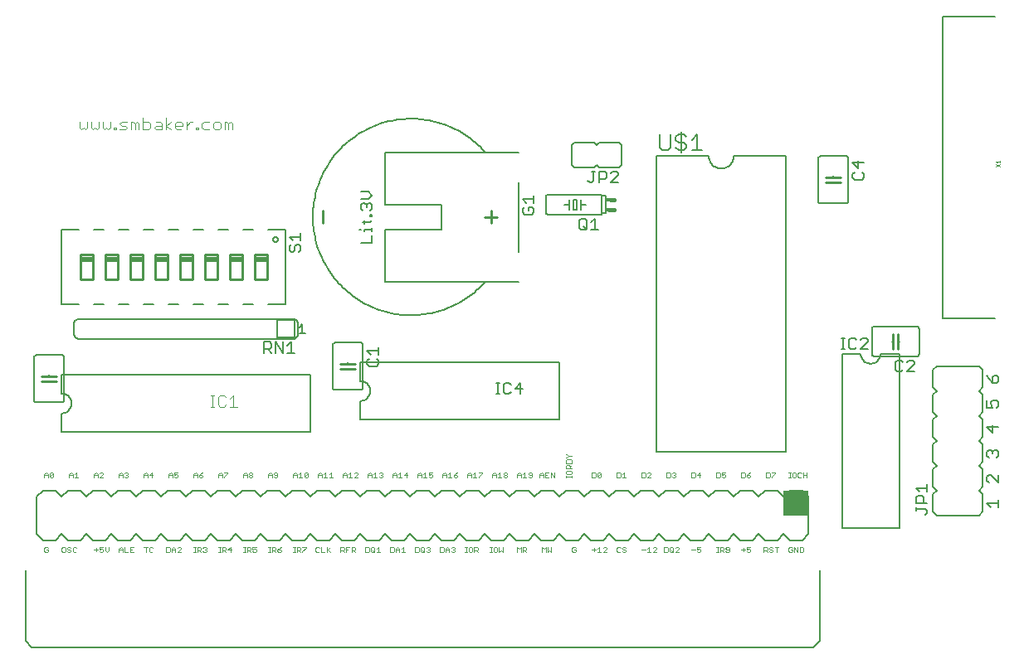
<source format=gto>
G75*
%MOIN*%
%OFA0B0*%
%FSLAX24Y24*%
%IPPOS*%
%LPD*%
%AMOC8*
5,1,8,0,0,1.08239X$1,22.5*
%
%ADD10C,0.0020*%
%ADD11C,0.0040*%
%ADD12C,0.0080*%
%ADD13C,0.0060*%
%ADD14R,0.1000X0.1000*%
%ADD15C,0.0100*%
%ADD16C,0.0050*%
%ADD17C,0.0070*%
%ADD18C,0.0160*%
%ADD19R,0.0230X0.0160*%
D10*
X001527Y003950D02*
X001600Y003950D01*
X001637Y003987D01*
X001637Y004060D01*
X001563Y004060D01*
X001490Y004133D02*
X001490Y003987D01*
X001527Y003950D01*
X001490Y004133D02*
X001527Y004170D01*
X001600Y004170D01*
X001637Y004133D01*
X002190Y004133D02*
X002190Y003987D01*
X002227Y003950D01*
X002300Y003950D01*
X002337Y003987D01*
X002337Y004133D01*
X002300Y004170D01*
X002227Y004170D01*
X002190Y004133D01*
X002411Y004133D02*
X002411Y004097D01*
X002448Y004060D01*
X002521Y004060D01*
X002558Y004023D01*
X002558Y003987D01*
X002521Y003950D01*
X002448Y003950D01*
X002411Y003987D01*
X002411Y004133D02*
X002448Y004170D01*
X002521Y004170D01*
X002558Y004133D01*
X002632Y004133D02*
X002632Y003987D01*
X002669Y003950D01*
X002742Y003950D01*
X002779Y003987D01*
X002779Y004133D02*
X002742Y004170D01*
X002669Y004170D01*
X002632Y004133D01*
X003490Y004060D02*
X003637Y004060D01*
X003711Y004060D02*
X003784Y004097D01*
X003821Y004097D01*
X003858Y004060D01*
X003858Y003987D01*
X003821Y003950D01*
X003748Y003950D01*
X003711Y003987D01*
X003711Y004060D02*
X003711Y004170D01*
X003858Y004170D01*
X003932Y004170D02*
X003932Y004023D01*
X004005Y003950D01*
X004079Y004023D01*
X004079Y004170D01*
X004490Y004097D02*
X004563Y004170D01*
X004637Y004097D01*
X004637Y003950D01*
X004711Y003950D02*
X004858Y003950D01*
X004932Y003950D02*
X005079Y003950D01*
X005005Y004060D02*
X004932Y004060D01*
X004932Y004170D02*
X004932Y003950D01*
X004932Y004170D02*
X005079Y004170D01*
X004711Y004170D02*
X004711Y003950D01*
X004637Y004060D02*
X004490Y004060D01*
X004490Y004097D02*
X004490Y003950D01*
X003563Y003987D02*
X003563Y004133D01*
X005490Y004170D02*
X005637Y004170D01*
X005563Y004170D02*
X005563Y003950D01*
X005711Y003987D02*
X005748Y003950D01*
X005821Y003950D01*
X005858Y003987D01*
X005858Y004133D02*
X005821Y004170D01*
X005748Y004170D01*
X005711Y004133D01*
X005711Y003987D01*
X006390Y003950D02*
X006500Y003950D01*
X006537Y003987D01*
X006537Y004133D01*
X006500Y004170D01*
X006390Y004170D01*
X006390Y003950D01*
X006611Y003950D02*
X006611Y004097D01*
X006684Y004170D01*
X006758Y004097D01*
X006758Y003950D01*
X006832Y003950D02*
X006979Y004097D01*
X006979Y004133D01*
X006942Y004170D01*
X006869Y004170D01*
X006832Y004133D01*
X006758Y004060D02*
X006611Y004060D01*
X006832Y003950D02*
X006979Y003950D01*
X007490Y003950D02*
X007563Y003950D01*
X007527Y003950D02*
X007527Y004170D01*
X007563Y004170D02*
X007490Y004170D01*
X007637Y004170D02*
X007747Y004170D01*
X007784Y004133D01*
X007784Y004060D01*
X007747Y004023D01*
X007637Y004023D01*
X007637Y003950D02*
X007637Y004170D01*
X007711Y004023D02*
X007784Y003950D01*
X007858Y003987D02*
X007895Y003950D01*
X007968Y003950D01*
X008005Y003987D01*
X008005Y004023D01*
X007968Y004060D01*
X007932Y004060D01*
X007968Y004060D02*
X008005Y004097D01*
X008005Y004133D01*
X007968Y004170D01*
X007895Y004170D01*
X007858Y004133D01*
X008490Y004170D02*
X008563Y004170D01*
X008527Y004170D02*
X008527Y003950D01*
X008563Y003950D02*
X008490Y003950D01*
X008637Y003950D02*
X008637Y004170D01*
X008747Y004170D01*
X008784Y004133D01*
X008784Y004060D01*
X008747Y004023D01*
X008637Y004023D01*
X008711Y004023D02*
X008784Y003950D01*
X008858Y004060D02*
X009005Y004060D01*
X008968Y003950D02*
X008968Y004170D01*
X008858Y004060D01*
X009490Y003950D02*
X009563Y003950D01*
X009527Y003950D02*
X009527Y004170D01*
X009563Y004170D02*
X009490Y004170D01*
X009637Y004170D02*
X009747Y004170D01*
X009784Y004133D01*
X009784Y004060D01*
X009747Y004023D01*
X009637Y004023D01*
X009637Y003950D02*
X009637Y004170D01*
X009711Y004023D02*
X009784Y003950D01*
X009858Y003987D02*
X009895Y003950D01*
X009968Y003950D01*
X010005Y003987D01*
X010005Y004060D01*
X009968Y004097D01*
X009932Y004097D01*
X009858Y004060D01*
X009858Y004170D01*
X010005Y004170D01*
X010490Y004170D02*
X010563Y004170D01*
X010527Y004170D02*
X010527Y003950D01*
X010563Y003950D02*
X010490Y003950D01*
X010637Y003950D02*
X010637Y004170D01*
X010747Y004170D01*
X010784Y004133D01*
X010784Y004060D01*
X010747Y004023D01*
X010637Y004023D01*
X010711Y004023D02*
X010784Y003950D01*
X010858Y003987D02*
X010858Y004060D01*
X010968Y004060D01*
X011005Y004023D01*
X011005Y003987D01*
X010968Y003950D01*
X010895Y003950D01*
X010858Y003987D01*
X010858Y004060D02*
X010932Y004133D01*
X011005Y004170D01*
X011490Y004170D02*
X011563Y004170D01*
X011527Y004170D02*
X011527Y003950D01*
X011563Y003950D02*
X011490Y003950D01*
X011637Y003950D02*
X011637Y004170D01*
X011747Y004170D01*
X011784Y004133D01*
X011784Y004060D01*
X011747Y004023D01*
X011637Y004023D01*
X011711Y004023D02*
X011784Y003950D01*
X011858Y003950D02*
X011858Y003987D01*
X012005Y004133D01*
X012005Y004170D01*
X011858Y004170D01*
X012390Y004133D02*
X012390Y003987D01*
X012427Y003950D01*
X012500Y003950D01*
X012537Y003987D01*
X012611Y003950D02*
X012758Y003950D01*
X012832Y003950D02*
X012832Y004170D01*
X012869Y004060D02*
X012979Y003950D01*
X012832Y004023D02*
X012979Y004170D01*
X012611Y004170D02*
X012611Y003950D01*
X012537Y004133D02*
X012500Y004170D01*
X012427Y004170D01*
X012390Y004133D01*
X013390Y004170D02*
X013390Y003950D01*
X013390Y004023D02*
X013500Y004023D01*
X013537Y004060D01*
X013537Y004133D01*
X013500Y004170D01*
X013390Y004170D01*
X013463Y004023D02*
X013537Y003950D01*
X013611Y003950D02*
X013611Y004170D01*
X013758Y004170D01*
X013832Y004170D02*
X013942Y004170D01*
X013979Y004133D01*
X013979Y004060D01*
X013942Y004023D01*
X013832Y004023D01*
X013832Y003950D02*
X013832Y004170D01*
X013905Y004023D02*
X013979Y003950D01*
X013684Y004060D02*
X013611Y004060D01*
X014390Y003950D02*
X014500Y003950D01*
X014537Y003987D01*
X014537Y004133D01*
X014500Y004170D01*
X014390Y004170D01*
X014390Y003950D01*
X014611Y003987D02*
X014611Y004133D01*
X014648Y004170D01*
X014721Y004170D01*
X014758Y004133D01*
X014758Y003987D01*
X014721Y003950D01*
X014648Y003950D01*
X014611Y003987D01*
X014684Y004023D02*
X014758Y003950D01*
X014832Y003950D02*
X014979Y003950D01*
X014905Y003950D02*
X014905Y004170D01*
X014832Y004097D01*
X015390Y004170D02*
X015390Y003950D01*
X015500Y003950D01*
X015537Y003987D01*
X015537Y004133D01*
X015500Y004170D01*
X015390Y004170D01*
X015611Y004097D02*
X015684Y004170D01*
X015758Y004097D01*
X015758Y003950D01*
X015832Y003950D02*
X015979Y003950D01*
X015905Y003950D02*
X015905Y004170D01*
X015832Y004097D01*
X015758Y004060D02*
X015611Y004060D01*
X015611Y004097D02*
X015611Y003950D01*
X016390Y003950D02*
X016500Y003950D01*
X016537Y003987D01*
X016537Y004133D01*
X016500Y004170D01*
X016390Y004170D01*
X016390Y003950D01*
X016611Y003987D02*
X016648Y003950D01*
X016721Y003950D01*
X016758Y003987D01*
X016758Y004133D01*
X016721Y004170D01*
X016648Y004170D01*
X016611Y004133D01*
X016611Y003987D01*
X016684Y004023D02*
X016758Y003950D01*
X016832Y003987D02*
X016869Y003950D01*
X016942Y003950D01*
X016979Y003987D01*
X016979Y004023D01*
X016942Y004060D01*
X016905Y004060D01*
X016942Y004060D02*
X016979Y004097D01*
X016979Y004133D01*
X016942Y004170D01*
X016869Y004170D01*
X016832Y004133D01*
X017390Y004170D02*
X017390Y003950D01*
X017500Y003950D01*
X017537Y003987D01*
X017537Y004133D01*
X017500Y004170D01*
X017390Y004170D01*
X017611Y004097D02*
X017611Y003950D01*
X017611Y004060D02*
X017758Y004060D01*
X017758Y004097D02*
X017758Y003950D01*
X017832Y003987D02*
X017869Y003950D01*
X017942Y003950D01*
X017979Y003987D01*
X017979Y004023D01*
X017942Y004060D01*
X017905Y004060D01*
X017942Y004060D02*
X017979Y004097D01*
X017979Y004133D01*
X017942Y004170D01*
X017869Y004170D01*
X017832Y004133D01*
X017758Y004097D02*
X017684Y004170D01*
X017611Y004097D01*
X018390Y004170D02*
X018463Y004170D01*
X018427Y004170D02*
X018427Y003950D01*
X018463Y003950D02*
X018390Y003950D01*
X018537Y003987D02*
X018537Y004133D01*
X018574Y004170D01*
X018647Y004170D01*
X018684Y004133D01*
X018684Y003987D01*
X018647Y003950D01*
X018574Y003950D01*
X018537Y003987D01*
X018758Y004023D02*
X018868Y004023D01*
X018905Y004060D01*
X018905Y004133D01*
X018868Y004170D01*
X018758Y004170D01*
X018758Y003950D01*
X018832Y004023D02*
X018905Y003950D01*
X019390Y003950D02*
X019463Y003950D01*
X019427Y003950D02*
X019427Y004170D01*
X019463Y004170D02*
X019390Y004170D01*
X019537Y004133D02*
X019537Y003987D01*
X019574Y003950D01*
X019647Y003950D01*
X019684Y003987D01*
X019684Y004133D01*
X019647Y004170D01*
X019574Y004170D01*
X019537Y004133D01*
X019758Y004170D02*
X019758Y003950D01*
X019832Y004023D01*
X019905Y003950D01*
X019905Y004170D01*
X020490Y004170D02*
X020490Y003950D01*
X020637Y003950D02*
X020637Y004170D01*
X020563Y004097D01*
X020490Y004170D01*
X020711Y004170D02*
X020821Y004170D01*
X020858Y004133D01*
X020858Y004060D01*
X020821Y004023D01*
X020711Y004023D01*
X020711Y003950D02*
X020711Y004170D01*
X020784Y004023D02*
X020858Y003950D01*
X021490Y003950D02*
X021490Y004170D01*
X021563Y004097D01*
X021637Y004170D01*
X021637Y003950D01*
X021711Y003950D02*
X021784Y004023D01*
X021858Y003950D01*
X021858Y004170D01*
X021711Y004170D02*
X021711Y003950D01*
X022690Y003987D02*
X022727Y003950D01*
X022800Y003950D01*
X022837Y003987D01*
X022837Y004060D01*
X022763Y004060D01*
X022690Y004133D02*
X022690Y003987D01*
X022690Y004133D02*
X022727Y004170D01*
X022800Y004170D01*
X022837Y004133D01*
X023490Y004060D02*
X023637Y004060D01*
X023711Y004097D02*
X023784Y004170D01*
X023784Y003950D01*
X023711Y003950D02*
X023858Y003950D01*
X023932Y003950D02*
X024079Y004097D01*
X024079Y004133D01*
X024042Y004170D01*
X023969Y004170D01*
X023932Y004133D01*
X023932Y003950D02*
X024079Y003950D01*
X024490Y003987D02*
X024490Y004133D01*
X024527Y004170D01*
X024600Y004170D01*
X024637Y004133D01*
X024711Y004133D02*
X024711Y004097D01*
X024748Y004060D01*
X024821Y004060D01*
X024858Y004023D01*
X024858Y003987D01*
X024821Y003950D01*
X024748Y003950D01*
X024711Y003987D01*
X024637Y003987D02*
X024600Y003950D01*
X024527Y003950D01*
X024490Y003987D01*
X024711Y004133D02*
X024748Y004170D01*
X024821Y004170D01*
X024858Y004133D01*
X025490Y004060D02*
X025637Y004060D01*
X025711Y004097D02*
X025784Y004170D01*
X025784Y003950D01*
X025711Y003950D02*
X025858Y003950D01*
X025932Y003950D02*
X026079Y004097D01*
X026079Y004133D01*
X026042Y004170D01*
X025969Y004170D01*
X025932Y004133D01*
X025932Y003950D02*
X026079Y003950D01*
X026390Y003950D02*
X026390Y004170D01*
X026500Y004170D01*
X026537Y004133D01*
X026537Y003987D01*
X026500Y003950D01*
X026390Y003950D01*
X026611Y003987D02*
X026611Y004133D01*
X026648Y004170D01*
X026721Y004170D01*
X026758Y004133D01*
X026758Y003987D01*
X026721Y003950D01*
X026648Y003950D01*
X026611Y003987D01*
X026684Y004023D02*
X026758Y003950D01*
X026832Y003950D02*
X026979Y004097D01*
X026979Y004133D01*
X026942Y004170D01*
X026869Y004170D01*
X026832Y004133D01*
X026832Y003950D02*
X026979Y003950D01*
X027490Y004060D02*
X027637Y004060D01*
X027711Y004060D02*
X027784Y004097D01*
X027821Y004097D01*
X027858Y004060D01*
X027858Y003987D01*
X027821Y003950D01*
X027748Y003950D01*
X027711Y003987D01*
X027711Y004060D02*
X027711Y004170D01*
X027858Y004170D01*
X028490Y004170D02*
X028563Y004170D01*
X028527Y004170D02*
X028527Y003950D01*
X028563Y003950D02*
X028490Y003950D01*
X028637Y003950D02*
X028637Y004170D01*
X028747Y004170D01*
X028784Y004133D01*
X028784Y004060D01*
X028747Y004023D01*
X028637Y004023D01*
X028711Y004023D02*
X028784Y003950D01*
X028858Y003987D02*
X028895Y003950D01*
X028968Y003950D01*
X029005Y003987D01*
X029005Y004133D01*
X028968Y004170D01*
X028895Y004170D01*
X028858Y004133D01*
X028858Y004097D01*
X028895Y004060D01*
X029005Y004060D01*
X029490Y004060D02*
X029637Y004060D01*
X029711Y004060D02*
X029784Y004097D01*
X029821Y004097D01*
X029858Y004060D01*
X029858Y003987D01*
X029821Y003950D01*
X029748Y003950D01*
X029711Y003987D01*
X029711Y004060D02*
X029711Y004170D01*
X029858Y004170D01*
X029563Y004133D02*
X029563Y003987D01*
X030390Y004023D02*
X030500Y004023D01*
X030537Y004060D01*
X030537Y004133D01*
X030500Y004170D01*
X030390Y004170D01*
X030390Y003950D01*
X030463Y004023D02*
X030537Y003950D01*
X030611Y003987D02*
X030648Y003950D01*
X030721Y003950D01*
X030758Y003987D01*
X030758Y004023D01*
X030721Y004060D01*
X030648Y004060D01*
X030611Y004097D01*
X030611Y004133D01*
X030648Y004170D01*
X030721Y004170D01*
X030758Y004133D01*
X030832Y004170D02*
X030979Y004170D01*
X030905Y004170D02*
X030905Y003950D01*
X031390Y003987D02*
X031390Y004133D01*
X031427Y004170D01*
X031500Y004170D01*
X031537Y004133D01*
X031537Y004060D02*
X031463Y004060D01*
X031537Y004060D02*
X031537Y003987D01*
X031500Y003950D01*
X031427Y003950D01*
X031390Y003987D01*
X031611Y003950D02*
X031611Y004170D01*
X031758Y003950D01*
X031758Y004170D01*
X031832Y004170D02*
X031942Y004170D01*
X031979Y004133D01*
X031979Y003987D01*
X031942Y003950D01*
X031832Y003950D01*
X031832Y004170D01*
X031868Y006950D02*
X031905Y006987D01*
X031868Y006950D02*
X031795Y006950D01*
X031758Y006987D01*
X031758Y007133D01*
X031795Y007170D01*
X031868Y007170D01*
X031905Y007133D01*
X031979Y007170D02*
X031979Y006950D01*
X031979Y007060D02*
X032126Y007060D01*
X032126Y007170D02*
X032126Y006950D01*
X031684Y006987D02*
X031684Y007133D01*
X031647Y007170D01*
X031574Y007170D01*
X031537Y007133D01*
X031537Y006987D01*
X031574Y006950D01*
X031647Y006950D01*
X031684Y006987D01*
X031463Y006950D02*
X031390Y006950D01*
X031427Y006950D02*
X031427Y007170D01*
X031463Y007170D02*
X031390Y007170D01*
X030858Y007170D02*
X030858Y007133D01*
X030711Y006987D01*
X030711Y006950D01*
X030637Y006987D02*
X030637Y007133D01*
X030600Y007170D01*
X030490Y007170D01*
X030490Y006950D01*
X030600Y006950D01*
X030637Y006987D01*
X030711Y007170D02*
X030858Y007170D01*
X029858Y007170D02*
X029784Y007133D01*
X029711Y007060D01*
X029821Y007060D01*
X029858Y007023D01*
X029858Y006987D01*
X029821Y006950D01*
X029748Y006950D01*
X029711Y006987D01*
X029711Y007060D01*
X029637Y006987D02*
X029637Y007133D01*
X029600Y007170D01*
X029490Y007170D01*
X029490Y006950D01*
X029600Y006950D01*
X029637Y006987D01*
X028858Y006987D02*
X028821Y006950D01*
X028748Y006950D01*
X028711Y006987D01*
X028711Y007060D02*
X028784Y007097D01*
X028821Y007097D01*
X028858Y007060D01*
X028858Y006987D01*
X028711Y007060D02*
X028711Y007170D01*
X028858Y007170D01*
X028637Y007133D02*
X028600Y007170D01*
X028490Y007170D01*
X028490Y006950D01*
X028600Y006950D01*
X028637Y006987D01*
X028637Y007133D01*
X027858Y007060D02*
X027711Y007060D01*
X027821Y007170D01*
X027821Y006950D01*
X027637Y006987D02*
X027637Y007133D01*
X027600Y007170D01*
X027490Y007170D01*
X027490Y006950D01*
X027600Y006950D01*
X027637Y006987D01*
X026858Y006987D02*
X026821Y006950D01*
X026748Y006950D01*
X026711Y006987D01*
X026637Y006987D02*
X026637Y007133D01*
X026600Y007170D01*
X026490Y007170D01*
X026490Y006950D01*
X026600Y006950D01*
X026637Y006987D01*
X026711Y007133D02*
X026748Y007170D01*
X026821Y007170D01*
X026858Y007133D01*
X026858Y007097D01*
X026821Y007060D01*
X026858Y007023D01*
X026858Y006987D01*
X026821Y007060D02*
X026784Y007060D01*
X025858Y007097D02*
X025858Y007133D01*
X025821Y007170D01*
X025748Y007170D01*
X025711Y007133D01*
X025637Y007133D02*
X025600Y007170D01*
X025490Y007170D01*
X025490Y006950D01*
X025600Y006950D01*
X025637Y006987D01*
X025637Y007133D01*
X025711Y006950D02*
X025858Y007097D01*
X025858Y006950D02*
X025711Y006950D01*
X024858Y006950D02*
X024711Y006950D01*
X024784Y006950D02*
X024784Y007170D01*
X024711Y007097D01*
X024637Y007133D02*
X024600Y007170D01*
X024490Y007170D01*
X024490Y006950D01*
X024600Y006950D01*
X024637Y006987D01*
X024637Y007133D01*
X023858Y007133D02*
X023711Y006987D01*
X023748Y006950D01*
X023821Y006950D01*
X023858Y006987D01*
X023858Y007133D01*
X023821Y007170D01*
X023748Y007170D01*
X023711Y007133D01*
X023711Y006987D01*
X023637Y006987D02*
X023637Y007133D01*
X023600Y007170D01*
X023490Y007170D01*
X023490Y006950D01*
X023600Y006950D01*
X023637Y006987D01*
X022670Y006987D02*
X022450Y006987D01*
X022450Y007023D02*
X022450Y006950D01*
X022487Y007097D02*
X022633Y007097D01*
X022670Y007134D01*
X022670Y007207D01*
X022633Y007244D01*
X022487Y007244D01*
X022450Y007207D01*
X022450Y007134D01*
X022487Y007097D01*
X022670Y007023D02*
X022670Y006950D01*
X022670Y007318D02*
X022450Y007318D01*
X022450Y007428D01*
X022487Y007465D01*
X022560Y007465D01*
X022597Y007428D01*
X022597Y007318D01*
X022597Y007392D02*
X022670Y007465D01*
X022670Y007539D02*
X022670Y007649D01*
X022633Y007686D01*
X022487Y007686D01*
X022450Y007649D01*
X022450Y007539D01*
X022670Y007539D01*
X022487Y007760D02*
X022560Y007834D01*
X022670Y007834D01*
X022560Y007834D02*
X022487Y007907D01*
X022450Y007907D01*
X022450Y007760D02*
X022487Y007760D01*
X021979Y007170D02*
X021979Y006950D01*
X021832Y007170D01*
X021832Y006950D01*
X021758Y006950D02*
X021611Y006950D01*
X021611Y007170D01*
X021758Y007170D01*
X021684Y007060D02*
X021611Y007060D01*
X021537Y007060D02*
X021390Y007060D01*
X021390Y007097D02*
X021463Y007170D01*
X021537Y007097D01*
X021537Y006950D01*
X021390Y006950D02*
X021390Y007097D01*
X021079Y007133D02*
X021042Y007170D01*
X020969Y007170D01*
X020932Y007133D01*
X020932Y007097D01*
X020969Y007060D01*
X021079Y007060D01*
X021079Y006987D02*
X021079Y007133D01*
X021079Y006987D02*
X021042Y006950D01*
X020969Y006950D01*
X020932Y006987D01*
X020858Y006950D02*
X020711Y006950D01*
X020784Y006950D02*
X020784Y007170D01*
X020711Y007097D01*
X020637Y007097D02*
X020637Y006950D01*
X020637Y007060D02*
X020490Y007060D01*
X020490Y007097D02*
X020563Y007170D01*
X020637Y007097D01*
X020490Y007097D02*
X020490Y006950D01*
X020079Y006987D02*
X020042Y006950D01*
X019969Y006950D01*
X019932Y006987D01*
X019932Y007023D01*
X019969Y007060D01*
X020042Y007060D01*
X020079Y007023D01*
X020079Y006987D01*
X020042Y007060D02*
X020079Y007097D01*
X020079Y007133D01*
X020042Y007170D01*
X019969Y007170D01*
X019932Y007133D01*
X019932Y007097D01*
X019969Y007060D01*
X019858Y006950D02*
X019711Y006950D01*
X019784Y006950D02*
X019784Y007170D01*
X019711Y007097D01*
X019637Y007097D02*
X019637Y006950D01*
X019637Y007060D02*
X019490Y007060D01*
X019490Y007097D02*
X019563Y007170D01*
X019637Y007097D01*
X019490Y007097D02*
X019490Y006950D01*
X019079Y007133D02*
X018932Y006987D01*
X018932Y006950D01*
X018858Y006950D02*
X018711Y006950D01*
X018784Y006950D02*
X018784Y007170D01*
X018711Y007097D01*
X018637Y007097D02*
X018637Y006950D01*
X018637Y007060D02*
X018490Y007060D01*
X018490Y007097D02*
X018563Y007170D01*
X018637Y007097D01*
X018490Y007097D02*
X018490Y006950D01*
X018079Y006987D02*
X018079Y007023D01*
X018042Y007060D01*
X017932Y007060D01*
X017932Y006987D01*
X017969Y006950D01*
X018042Y006950D01*
X018079Y006987D01*
X018005Y007133D02*
X018079Y007170D01*
X018005Y007133D02*
X017932Y007060D01*
X017858Y006950D02*
X017711Y006950D01*
X017784Y006950D02*
X017784Y007170D01*
X017711Y007097D01*
X017637Y007097D02*
X017637Y006950D01*
X017637Y007060D02*
X017490Y007060D01*
X017490Y007097D02*
X017563Y007170D01*
X017637Y007097D01*
X017490Y007097D02*
X017490Y006950D01*
X017079Y006987D02*
X017042Y006950D01*
X016969Y006950D01*
X016932Y006987D01*
X016932Y007060D02*
X017005Y007097D01*
X017042Y007097D01*
X017079Y007060D01*
X017079Y006987D01*
X016932Y007060D02*
X016932Y007170D01*
X017079Y007170D01*
X016784Y007170D02*
X016784Y006950D01*
X016711Y006950D02*
X016858Y006950D01*
X016711Y007097D02*
X016784Y007170D01*
X016637Y007097D02*
X016637Y006950D01*
X016637Y007060D02*
X016490Y007060D01*
X016490Y007097D02*
X016563Y007170D01*
X016637Y007097D01*
X016490Y007097D02*
X016490Y006950D01*
X016079Y007060D02*
X015932Y007060D01*
X016042Y007170D01*
X016042Y006950D01*
X015858Y006950D02*
X015711Y006950D01*
X015784Y006950D02*
X015784Y007170D01*
X015711Y007097D01*
X015637Y007097D02*
X015637Y006950D01*
X015637Y007060D02*
X015490Y007060D01*
X015490Y007097D02*
X015563Y007170D01*
X015637Y007097D01*
X015490Y007097D02*
X015490Y006950D01*
X015079Y006987D02*
X015042Y006950D01*
X014969Y006950D01*
X014932Y006987D01*
X014858Y006950D02*
X014711Y006950D01*
X014784Y006950D02*
X014784Y007170D01*
X014711Y007097D01*
X014637Y007097D02*
X014637Y006950D01*
X014637Y007060D02*
X014490Y007060D01*
X014490Y007097D02*
X014563Y007170D01*
X014637Y007097D01*
X014490Y007097D02*
X014490Y006950D01*
X014079Y006950D02*
X013932Y006950D01*
X014079Y007097D01*
X014079Y007133D01*
X014042Y007170D01*
X013969Y007170D01*
X013932Y007133D01*
X013784Y007170D02*
X013784Y006950D01*
X013711Y006950D02*
X013858Y006950D01*
X013711Y007097D02*
X013784Y007170D01*
X013637Y007097D02*
X013637Y006950D01*
X013637Y007060D02*
X013490Y007060D01*
X013490Y007097D02*
X013563Y007170D01*
X013637Y007097D01*
X013490Y007097D02*
X013490Y006950D01*
X013079Y006950D02*
X012932Y006950D01*
X013005Y006950D02*
X013005Y007170D01*
X012932Y007097D01*
X012858Y006950D02*
X012711Y006950D01*
X012784Y006950D02*
X012784Y007170D01*
X012711Y007097D01*
X012637Y007097D02*
X012637Y006950D01*
X012637Y007060D02*
X012490Y007060D01*
X012490Y007097D02*
X012563Y007170D01*
X012637Y007097D01*
X012490Y007097D02*
X012490Y006950D01*
X012079Y006987D02*
X012042Y006950D01*
X011969Y006950D01*
X011932Y006987D01*
X012079Y007133D01*
X012079Y006987D01*
X012079Y007133D02*
X012042Y007170D01*
X011969Y007170D01*
X011932Y007133D01*
X011932Y006987D01*
X011858Y006950D02*
X011711Y006950D01*
X011784Y006950D02*
X011784Y007170D01*
X011711Y007097D01*
X011637Y007097D02*
X011637Y006950D01*
X011637Y007060D02*
X011490Y007060D01*
X011490Y007097D02*
X011563Y007170D01*
X011637Y007097D01*
X011490Y007097D02*
X011490Y006950D01*
X010858Y006987D02*
X010858Y007133D01*
X010821Y007170D01*
X010748Y007170D01*
X010711Y007133D01*
X010711Y007097D01*
X010748Y007060D01*
X010858Y007060D01*
X010858Y006987D02*
X010821Y006950D01*
X010748Y006950D01*
X010711Y006987D01*
X010637Y006950D02*
X010637Y007097D01*
X010563Y007170D01*
X010490Y007097D01*
X010490Y006950D01*
X010490Y007060D02*
X010637Y007060D01*
X009858Y007023D02*
X009858Y006987D01*
X009821Y006950D01*
X009748Y006950D01*
X009711Y006987D01*
X009711Y007023D01*
X009748Y007060D01*
X009821Y007060D01*
X009858Y007023D01*
X009821Y007060D02*
X009858Y007097D01*
X009858Y007133D01*
X009821Y007170D01*
X009748Y007170D01*
X009711Y007133D01*
X009711Y007097D01*
X009748Y007060D01*
X009637Y007060D02*
X009490Y007060D01*
X009490Y007097D02*
X009563Y007170D01*
X009637Y007097D01*
X009637Y006950D01*
X009490Y006950D02*
X009490Y007097D01*
X008858Y007133D02*
X008711Y006987D01*
X008711Y006950D01*
X008637Y006950D02*
X008637Y007097D01*
X008563Y007170D01*
X008490Y007097D01*
X008490Y006950D01*
X008490Y007060D02*
X008637Y007060D01*
X008711Y007170D02*
X008858Y007170D01*
X008858Y007133D01*
X007858Y007170D02*
X007784Y007133D01*
X007711Y007060D01*
X007821Y007060D01*
X007858Y007023D01*
X007858Y006987D01*
X007821Y006950D01*
X007748Y006950D01*
X007711Y006987D01*
X007711Y007060D01*
X007637Y007060D02*
X007490Y007060D01*
X007490Y007097D02*
X007563Y007170D01*
X007637Y007097D01*
X007637Y006950D01*
X007490Y006950D02*
X007490Y007097D01*
X006858Y007060D02*
X006858Y006987D01*
X006821Y006950D01*
X006748Y006950D01*
X006711Y006987D01*
X006711Y007060D02*
X006784Y007097D01*
X006821Y007097D01*
X006858Y007060D01*
X006858Y007170D02*
X006711Y007170D01*
X006711Y007060D01*
X006637Y007060D02*
X006490Y007060D01*
X006490Y007097D02*
X006563Y007170D01*
X006637Y007097D01*
X006637Y006950D01*
X006490Y006950D02*
X006490Y007097D01*
X005858Y007060D02*
X005711Y007060D01*
X005821Y007170D01*
X005821Y006950D01*
X005637Y006950D02*
X005637Y007097D01*
X005563Y007170D01*
X005490Y007097D01*
X005490Y006950D01*
X005490Y007060D02*
X005637Y007060D01*
X004858Y007023D02*
X004858Y006987D01*
X004821Y006950D01*
X004748Y006950D01*
X004711Y006987D01*
X004637Y006950D02*
X004637Y007097D01*
X004563Y007170D01*
X004490Y007097D01*
X004490Y006950D01*
X004490Y007060D02*
X004637Y007060D01*
X004711Y007133D02*
X004748Y007170D01*
X004821Y007170D01*
X004858Y007133D01*
X004858Y007097D01*
X004821Y007060D01*
X004858Y007023D01*
X004821Y007060D02*
X004784Y007060D01*
X003858Y007097D02*
X003858Y007133D01*
X003821Y007170D01*
X003748Y007170D01*
X003711Y007133D01*
X003637Y007097D02*
X003637Y006950D01*
X003711Y006950D02*
X003858Y007097D01*
X003858Y006950D02*
X003711Y006950D01*
X003637Y007060D02*
X003490Y007060D01*
X003490Y007097D02*
X003563Y007170D01*
X003637Y007097D01*
X003490Y007097D02*
X003490Y006950D01*
X002858Y006950D02*
X002711Y006950D01*
X002784Y006950D02*
X002784Y007170D01*
X002711Y007097D01*
X002637Y007097D02*
X002637Y006950D01*
X002637Y007060D02*
X002490Y007060D01*
X002490Y007097D02*
X002563Y007170D01*
X002637Y007097D01*
X002490Y007097D02*
X002490Y006950D01*
X001858Y006987D02*
X001821Y006950D01*
X001748Y006950D01*
X001711Y006987D01*
X001858Y007133D01*
X001858Y006987D01*
X001858Y007133D02*
X001821Y007170D01*
X001748Y007170D01*
X001711Y007133D01*
X001711Y006987D01*
X001637Y006950D02*
X001637Y007097D01*
X001563Y007170D01*
X001490Y007097D01*
X001490Y006950D01*
X001490Y007060D02*
X001637Y007060D01*
X014932Y007133D02*
X014969Y007170D01*
X015042Y007170D01*
X015079Y007133D01*
X015079Y007097D01*
X015042Y007060D01*
X015079Y007023D01*
X015079Y006987D01*
X015042Y007060D02*
X015005Y007060D01*
X018932Y007170D02*
X019079Y007170D01*
X019079Y007133D01*
X023563Y004133D02*
X023563Y003987D01*
X039721Y019468D02*
X039861Y019562D01*
X039861Y019616D02*
X039861Y019709D01*
X039861Y019662D02*
X039721Y019662D01*
X039768Y019616D01*
X039721Y019562D02*
X039861Y019468D01*
D11*
X009047Y020960D02*
X009047Y021190D01*
X008970Y021267D01*
X008893Y021190D01*
X008893Y020960D01*
X008740Y020960D02*
X008740Y021267D01*
X008816Y021267D01*
X008893Y021190D01*
X008586Y021190D02*
X008509Y021267D01*
X008356Y021267D01*
X008279Y021190D01*
X008279Y021037D01*
X008356Y020960D01*
X008509Y020960D01*
X008586Y021037D01*
X008586Y021190D01*
X008126Y021267D02*
X007896Y021267D01*
X007819Y021190D01*
X007819Y021037D01*
X007896Y020960D01*
X008126Y020960D01*
X007665Y020960D02*
X007665Y021037D01*
X007589Y021037D01*
X007589Y020960D01*
X007665Y020960D01*
X007435Y021267D02*
X007358Y021267D01*
X007205Y021113D01*
X007205Y020960D02*
X007205Y021267D01*
X007051Y021190D02*
X007051Y021113D01*
X006745Y021113D01*
X006745Y021037D02*
X006745Y021190D01*
X006821Y021267D01*
X006975Y021267D01*
X007051Y021190D01*
X006975Y020960D02*
X006821Y020960D01*
X006745Y021037D01*
X006591Y020960D02*
X006361Y021113D01*
X006591Y021267D01*
X006361Y021420D02*
X006361Y020960D01*
X006207Y020960D02*
X006207Y021190D01*
X006131Y021267D01*
X005977Y021267D01*
X005977Y021113D02*
X006207Y021113D01*
X006207Y020960D02*
X005977Y020960D01*
X005901Y021037D01*
X005977Y021113D01*
X005747Y021037D02*
X005670Y020960D01*
X005440Y020960D01*
X005440Y021420D01*
X005440Y021267D02*
X005670Y021267D01*
X005747Y021190D01*
X005747Y021037D01*
X005287Y020960D02*
X005287Y021190D01*
X005210Y021267D01*
X005133Y021190D01*
X005133Y020960D01*
X004980Y020960D02*
X004980Y021267D01*
X005056Y021267D01*
X005133Y021190D01*
X004826Y021267D02*
X004596Y021267D01*
X004519Y021190D01*
X004596Y021113D01*
X004750Y021113D01*
X004826Y021037D01*
X004750Y020960D01*
X004519Y020960D01*
X004366Y020960D02*
X004366Y021037D01*
X004289Y021037D01*
X004289Y020960D01*
X004366Y020960D01*
X004136Y021037D02*
X004059Y020960D01*
X003982Y021037D01*
X003905Y020960D01*
X003829Y021037D01*
X003829Y021267D01*
X003675Y021267D02*
X003675Y021037D01*
X003599Y020960D01*
X003522Y021037D01*
X003445Y020960D01*
X003368Y021037D01*
X003368Y021267D01*
X003215Y021267D02*
X003215Y021037D01*
X003138Y020960D01*
X003061Y021037D01*
X002985Y020960D01*
X002908Y021037D01*
X002908Y021267D01*
X004136Y021267D02*
X004136Y021037D01*
X008172Y010270D02*
X008326Y010270D01*
X008249Y010270D02*
X008249Y009810D01*
X008172Y009810D02*
X008326Y009810D01*
X008479Y009887D02*
X008556Y009810D01*
X008709Y009810D01*
X008786Y009887D01*
X008940Y009810D02*
X009247Y009810D01*
X009093Y009810D02*
X009093Y010270D01*
X008940Y010117D01*
X008786Y010194D02*
X008709Y010270D01*
X008556Y010270D01*
X008479Y010194D01*
X008479Y009887D01*
D12*
X000730Y003240D02*
X000730Y000390D01*
X000980Y000140D01*
X032380Y000140D01*
X032630Y000390D01*
X032630Y003240D01*
X037578Y013377D02*
X037578Y025503D01*
X039680Y025503D01*
X039680Y013377D02*
X037578Y013377D01*
D13*
X036630Y012940D02*
X036630Y011940D01*
X036628Y011923D01*
X036624Y011906D01*
X036617Y011890D01*
X036607Y011876D01*
X036594Y011863D01*
X036580Y011853D01*
X036564Y011846D01*
X036547Y011842D01*
X036530Y011840D01*
X034830Y011840D01*
X034813Y011842D01*
X034796Y011846D01*
X034780Y011853D01*
X034766Y011863D01*
X034753Y011876D01*
X034743Y011890D01*
X034736Y011906D01*
X034732Y011923D01*
X034730Y011940D01*
X034730Y012940D01*
X034732Y012957D01*
X034736Y012974D01*
X034743Y012990D01*
X034753Y013004D01*
X034766Y013017D01*
X034780Y013027D01*
X034796Y013034D01*
X034813Y013038D01*
X034830Y013040D01*
X036530Y013040D01*
X036547Y013038D01*
X036564Y013034D01*
X036580Y013027D01*
X036594Y013017D01*
X036607Y013004D01*
X036617Y012990D01*
X036624Y012974D01*
X036628Y012957D01*
X036630Y012940D01*
X035830Y012440D02*
X035780Y012440D01*
X035580Y012440D02*
X035530Y012440D01*
X035830Y011940D02*
X035080Y011940D01*
X035078Y011901D01*
X035072Y011862D01*
X035063Y011824D01*
X035050Y011787D01*
X035033Y011751D01*
X035013Y011718D01*
X034989Y011686D01*
X034963Y011657D01*
X034934Y011631D01*
X034902Y011607D01*
X034869Y011587D01*
X034833Y011570D01*
X034796Y011557D01*
X034758Y011548D01*
X034719Y011542D01*
X034680Y011540D01*
X034641Y011542D01*
X034602Y011548D01*
X034564Y011557D01*
X034527Y011570D01*
X034491Y011587D01*
X034458Y011607D01*
X034426Y011631D01*
X034397Y011657D01*
X034371Y011686D01*
X034347Y011718D01*
X034327Y011751D01*
X034310Y011787D01*
X034297Y011824D01*
X034288Y011862D01*
X034282Y011901D01*
X034280Y011940D01*
X033530Y011940D01*
X033530Y004940D01*
X035830Y004940D01*
X035830Y011940D01*
X037180Y011290D02*
X037330Y011440D01*
X039030Y011440D01*
X039180Y011290D01*
X039180Y010590D01*
X039030Y010440D01*
X039180Y010290D01*
X039180Y009590D01*
X039030Y009440D01*
X039180Y009290D01*
X039180Y008590D01*
X039030Y008440D01*
X039180Y008290D01*
X039180Y007590D01*
X039030Y007440D01*
X039180Y007290D01*
X039180Y006590D01*
X039030Y006440D01*
X039180Y006290D01*
X039180Y005590D01*
X039030Y005440D01*
X037330Y005440D01*
X037180Y005590D01*
X037180Y006290D01*
X037330Y006440D01*
X037180Y006590D01*
X037180Y007290D01*
X037330Y007440D01*
X037180Y007590D01*
X037180Y008290D01*
X037330Y008440D01*
X037180Y008590D01*
X037180Y009290D01*
X037330Y009440D01*
X037180Y009590D01*
X037180Y010290D01*
X037330Y010440D01*
X037180Y010590D01*
X037180Y011290D01*
X031280Y007990D02*
X031280Y019890D01*
X029180Y019890D01*
X029178Y019846D01*
X029172Y019803D01*
X029163Y019761D01*
X029150Y019719D01*
X029133Y019679D01*
X029113Y019640D01*
X029090Y019603D01*
X029063Y019569D01*
X029034Y019536D01*
X029001Y019507D01*
X028967Y019480D01*
X028930Y019457D01*
X028891Y019437D01*
X028851Y019420D01*
X028809Y019407D01*
X028767Y019398D01*
X028724Y019392D01*
X028680Y019390D01*
X028636Y019392D01*
X028593Y019398D01*
X028551Y019407D01*
X028509Y019420D01*
X028469Y019437D01*
X028430Y019457D01*
X028393Y019480D01*
X028359Y019507D01*
X028326Y019536D01*
X028297Y019569D01*
X028270Y019603D01*
X028247Y019640D01*
X028227Y019679D01*
X028210Y019719D01*
X028197Y019761D01*
X028188Y019803D01*
X028182Y019846D01*
X028180Y019890D01*
X026080Y019890D01*
X026080Y007990D01*
X031280Y007990D01*
X031430Y006440D02*
X031930Y006440D01*
X032180Y006190D01*
X032180Y004690D01*
X031930Y004440D01*
X031430Y004440D01*
X031180Y004690D01*
X030930Y004440D01*
X030430Y004440D01*
X030180Y004690D01*
X029930Y004440D01*
X029430Y004440D01*
X029180Y004690D01*
X028930Y004440D01*
X028430Y004440D01*
X028180Y004690D01*
X027930Y004440D01*
X027430Y004440D01*
X027180Y004690D01*
X026930Y004440D01*
X026430Y004440D01*
X026180Y004690D01*
X025930Y004440D01*
X025430Y004440D01*
X025180Y004690D01*
X024930Y004440D01*
X024430Y004440D01*
X024180Y004690D01*
X023930Y004440D01*
X023430Y004440D01*
X023180Y004690D01*
X022930Y004440D01*
X022430Y004440D01*
X022180Y004690D01*
X021930Y004440D01*
X021430Y004440D01*
X021180Y004690D01*
X020930Y004440D01*
X020430Y004440D01*
X020180Y004690D01*
X019930Y004440D01*
X019430Y004440D01*
X019180Y004690D01*
X018930Y004440D01*
X018430Y004440D01*
X018180Y004690D01*
X017930Y004440D01*
X017430Y004440D01*
X017180Y004690D01*
X016930Y004440D01*
X016430Y004440D01*
X016180Y004690D01*
X015930Y004440D01*
X015430Y004440D01*
X015180Y004690D01*
X014930Y004440D01*
X014430Y004440D01*
X014180Y004690D01*
X013930Y004440D01*
X013430Y004440D01*
X013180Y004690D01*
X012930Y004440D01*
X012430Y004440D01*
X012180Y004690D01*
X011930Y004440D01*
X011430Y004440D01*
X011180Y004690D01*
X010930Y004440D01*
X010430Y004440D01*
X010180Y004690D01*
X009930Y004440D01*
X009430Y004440D01*
X009180Y004690D01*
X008930Y004440D01*
X008430Y004440D01*
X008180Y004690D01*
X007930Y004440D01*
X007430Y004440D01*
X007180Y004690D01*
X006930Y004440D01*
X006430Y004440D01*
X006180Y004690D01*
X005930Y004440D01*
X005430Y004440D01*
X005180Y004690D01*
X004930Y004440D01*
X004430Y004440D01*
X004180Y004690D01*
X003930Y004440D01*
X003430Y004440D01*
X003180Y004690D01*
X002930Y004440D01*
X002430Y004440D01*
X002180Y004690D01*
X001930Y004440D01*
X001430Y004440D01*
X001180Y004690D01*
X001180Y006190D01*
X001430Y006440D01*
X001930Y006440D01*
X002180Y006190D01*
X002430Y006440D01*
X002930Y006440D01*
X003180Y006190D01*
X003430Y006440D01*
X003930Y006440D01*
X004180Y006190D01*
X004430Y006440D01*
X004930Y006440D01*
X005180Y006190D01*
X005430Y006440D01*
X005930Y006440D01*
X006180Y006190D01*
X006430Y006440D01*
X006930Y006440D01*
X007180Y006190D01*
X007430Y006440D01*
X007930Y006440D01*
X008180Y006190D01*
X008430Y006440D01*
X008930Y006440D01*
X009180Y006190D01*
X009430Y006440D01*
X009930Y006440D01*
X010180Y006190D01*
X010430Y006440D01*
X010930Y006440D01*
X011180Y006190D01*
X011430Y006440D01*
X011930Y006440D01*
X012180Y006190D01*
X012430Y006440D01*
X012930Y006440D01*
X013180Y006190D01*
X013430Y006440D01*
X013930Y006440D01*
X014180Y006190D01*
X014430Y006440D01*
X014930Y006440D01*
X015180Y006190D01*
X015430Y006440D01*
X015930Y006440D01*
X016180Y006190D01*
X016430Y006440D01*
X016930Y006440D01*
X017180Y006190D01*
X017430Y006440D01*
X017930Y006440D01*
X018180Y006190D01*
X018430Y006440D01*
X018930Y006440D01*
X019180Y006190D01*
X019430Y006440D01*
X019930Y006440D01*
X020180Y006190D01*
X020430Y006440D01*
X020930Y006440D01*
X021180Y006190D01*
X021430Y006440D01*
X021930Y006440D01*
X022180Y006190D01*
X022430Y006440D01*
X022930Y006440D01*
X023180Y006190D01*
X023430Y006440D01*
X023930Y006440D01*
X024180Y006190D01*
X024430Y006440D01*
X024930Y006440D01*
X025180Y006190D01*
X025430Y006440D01*
X025930Y006440D01*
X026180Y006190D01*
X026430Y006440D01*
X026930Y006440D01*
X027180Y006190D01*
X027430Y006440D01*
X027930Y006440D01*
X028180Y006190D01*
X028430Y006440D01*
X028930Y006440D01*
X029180Y006190D01*
X029430Y006440D01*
X029930Y006440D01*
X030180Y006190D01*
X030430Y006440D01*
X030930Y006440D01*
X031180Y006190D01*
X031430Y006440D01*
X022180Y009290D02*
X022180Y011590D01*
X014180Y011590D01*
X014180Y010840D01*
X014280Y010590D02*
X014278Y010573D01*
X014274Y010556D01*
X014267Y010540D01*
X014257Y010526D01*
X014244Y010513D01*
X014230Y010503D01*
X014214Y010496D01*
X014197Y010492D01*
X014180Y010490D01*
X013180Y010490D01*
X013163Y010492D01*
X013146Y010496D01*
X013130Y010503D01*
X013116Y010513D01*
X013103Y010526D01*
X013093Y010540D01*
X013086Y010556D01*
X013082Y010573D01*
X013080Y010590D01*
X013080Y012290D01*
X013082Y012307D01*
X013086Y012324D01*
X013093Y012340D01*
X013103Y012354D01*
X013116Y012367D01*
X013130Y012377D01*
X013146Y012384D01*
X013163Y012388D01*
X013180Y012390D01*
X014180Y012390D01*
X014197Y012388D01*
X014214Y012384D01*
X014230Y012377D01*
X014244Y012367D01*
X014257Y012354D01*
X014267Y012340D01*
X014274Y012324D01*
X014278Y012307D01*
X014280Y012290D01*
X014280Y010590D01*
X014180Y010840D02*
X014219Y010838D01*
X014258Y010832D01*
X014296Y010823D01*
X014333Y010810D01*
X014369Y010793D01*
X014402Y010773D01*
X014434Y010749D01*
X014463Y010723D01*
X014489Y010694D01*
X014513Y010662D01*
X014533Y010629D01*
X014550Y010593D01*
X014563Y010556D01*
X014572Y010518D01*
X014578Y010479D01*
X014580Y010440D01*
X014578Y010401D01*
X014572Y010362D01*
X014563Y010324D01*
X014550Y010287D01*
X014533Y010251D01*
X014513Y010218D01*
X014489Y010186D01*
X014463Y010157D01*
X014434Y010131D01*
X014402Y010107D01*
X014369Y010087D01*
X014333Y010070D01*
X014296Y010057D01*
X014258Y010048D01*
X014219Y010042D01*
X014180Y010040D01*
X014180Y009290D01*
X022180Y009290D01*
X013680Y011290D02*
X013680Y011340D01*
X013680Y011540D02*
X013680Y011590D01*
X012180Y011090D02*
X012180Y008790D01*
X002180Y008790D01*
X002180Y009540D01*
X002219Y009542D01*
X002258Y009548D01*
X002296Y009557D01*
X002333Y009570D01*
X002369Y009587D01*
X002402Y009607D01*
X002434Y009631D01*
X002463Y009657D01*
X002489Y009686D01*
X002513Y009718D01*
X002533Y009751D01*
X002550Y009787D01*
X002563Y009824D01*
X002572Y009862D01*
X002578Y009901D01*
X002580Y009940D01*
X002578Y009979D01*
X002572Y010018D01*
X002563Y010056D01*
X002550Y010093D01*
X002533Y010129D01*
X002513Y010162D01*
X002489Y010194D01*
X002463Y010223D01*
X002434Y010249D01*
X002402Y010273D01*
X002369Y010293D01*
X002333Y010310D01*
X002296Y010323D01*
X002258Y010332D01*
X002219Y010338D01*
X002180Y010340D01*
X002180Y011090D01*
X012180Y011090D01*
X011480Y012540D02*
X002880Y012540D01*
X002854Y012542D01*
X002828Y012547D01*
X002803Y012555D01*
X002780Y012567D01*
X002758Y012581D01*
X002739Y012599D01*
X002721Y012618D01*
X002707Y012640D01*
X002695Y012663D01*
X002687Y012688D01*
X002682Y012714D01*
X002680Y012740D01*
X002680Y013140D01*
X002682Y013166D01*
X002687Y013192D01*
X002695Y013217D01*
X002707Y013240D01*
X002721Y013262D01*
X002739Y013281D01*
X002758Y013299D01*
X002780Y013313D01*
X002803Y013325D01*
X002828Y013333D01*
X002854Y013338D01*
X002880Y013340D01*
X011480Y013340D01*
X011530Y013290D02*
X010830Y013290D01*
X010830Y012590D01*
X011530Y012590D01*
X011530Y013290D01*
X011480Y013340D02*
X011506Y013338D01*
X011532Y013333D01*
X011557Y013325D01*
X011580Y013313D01*
X011602Y013299D01*
X011621Y013281D01*
X011639Y013262D01*
X011653Y013240D01*
X011665Y013217D01*
X011673Y013192D01*
X011678Y013166D01*
X011680Y013140D01*
X011680Y012740D01*
X011678Y012714D01*
X011673Y012688D01*
X011665Y012663D01*
X011653Y012640D01*
X011639Y012618D01*
X011621Y012599D01*
X011602Y012581D01*
X011580Y012567D01*
X011557Y012555D01*
X011532Y012547D01*
X011506Y012542D01*
X011480Y012540D01*
X011180Y013940D02*
X010480Y013940D01*
X011180Y013940D02*
X011180Y016940D01*
X010480Y016940D01*
X010680Y016540D02*
X010682Y016560D01*
X010688Y016578D01*
X010697Y016596D01*
X010709Y016611D01*
X010724Y016623D01*
X010742Y016632D01*
X010760Y016638D01*
X010780Y016640D01*
X010800Y016638D01*
X010818Y016632D01*
X010836Y016623D01*
X010851Y016611D01*
X010863Y016596D01*
X010872Y016578D01*
X010878Y016560D01*
X010880Y016540D01*
X010878Y016520D01*
X010872Y016502D01*
X010863Y016484D01*
X010851Y016469D01*
X010836Y016457D01*
X010818Y016448D01*
X010800Y016442D01*
X010780Y016440D01*
X010760Y016442D01*
X010742Y016448D01*
X010724Y016457D01*
X010709Y016469D01*
X010697Y016484D01*
X010688Y016502D01*
X010682Y016520D01*
X010680Y016540D01*
X009880Y016940D02*
X009480Y016940D01*
X008880Y016940D02*
X008480Y016940D01*
X007880Y016940D02*
X007480Y016940D01*
X006880Y016940D02*
X006480Y016940D01*
X005880Y016940D02*
X005480Y016940D01*
X004880Y016940D02*
X004480Y016940D01*
X003880Y016940D02*
X003480Y016940D01*
X002880Y016940D02*
X002180Y016940D01*
X002180Y013940D01*
X002880Y013940D01*
X003480Y013940D02*
X003880Y013940D01*
X004480Y013940D02*
X004880Y013940D01*
X005480Y013940D02*
X005880Y013940D01*
X006480Y013940D02*
X006880Y013940D01*
X007480Y013940D02*
X007880Y013940D01*
X008480Y013940D02*
X008880Y013940D01*
X009480Y013940D02*
X009880Y013940D01*
X015180Y014840D02*
X015180Y016940D01*
X017430Y016940D01*
X017430Y017940D01*
X015180Y017940D01*
X015180Y020040D01*
X020530Y020040D01*
X020530Y018840D02*
X020530Y016040D01*
X020530Y014840D02*
X015180Y014840D01*
X016180Y013490D02*
X016302Y013491D01*
X016423Y013495D01*
X016545Y013503D01*
X016666Y013514D01*
X016787Y013529D01*
X016907Y013548D01*
X017027Y013571D01*
X017145Y013598D01*
X017263Y013628D01*
X017380Y013661D01*
X017496Y013698D01*
X017611Y013739D01*
X017724Y013784D01*
X017836Y013831D01*
X017947Y013883D01*
X018056Y013937D01*
X018163Y013995D01*
X018268Y014056D01*
X018371Y014121D01*
X018472Y014188D01*
X018572Y014259D01*
X018668Y014333D01*
X018763Y014409D01*
X018855Y014489D01*
X018945Y014571D01*
X019032Y014656D01*
X019117Y014744D01*
X019198Y014834D01*
X021730Y017540D02*
X023880Y017540D01*
X023880Y017590D01*
X023880Y018290D01*
X023880Y018340D01*
X021730Y018340D01*
X021713Y018338D01*
X021696Y018334D01*
X021680Y018327D01*
X021666Y018317D01*
X021653Y018304D01*
X021643Y018290D01*
X021636Y018274D01*
X021632Y018257D01*
X021630Y018240D01*
X021630Y017640D01*
X021632Y017623D01*
X021636Y017606D01*
X021643Y017590D01*
X021653Y017576D01*
X021666Y017563D01*
X021680Y017553D01*
X021696Y017546D01*
X021713Y017542D01*
X021730Y017540D01*
X022380Y017940D02*
X022580Y017940D01*
X022580Y018140D01*
X022730Y018140D02*
X022730Y017740D01*
X022880Y017740D01*
X022880Y018140D01*
X022730Y018140D01*
X022580Y017940D02*
X022580Y017740D01*
X023030Y017740D02*
X023030Y017940D01*
X023030Y018140D01*
X023030Y017940D02*
X023230Y017940D01*
X023880Y017590D02*
X024030Y017590D01*
X024030Y018290D01*
X023880Y018290D01*
X023780Y019440D02*
X024580Y019440D01*
X024680Y019540D01*
X024680Y020340D01*
X024580Y020440D01*
X023780Y020440D01*
X023680Y020340D01*
X023580Y020440D01*
X022780Y020440D01*
X022680Y020340D01*
X022680Y019540D01*
X022780Y019440D01*
X023580Y019440D01*
X023680Y019540D01*
X023780Y019440D01*
X019171Y020077D02*
X019087Y020168D01*
X018999Y020257D01*
X018909Y020343D01*
X018816Y020425D01*
X018721Y020505D01*
X018623Y020582D01*
X018523Y020656D01*
X018421Y020727D01*
X018316Y020794D01*
X018209Y020858D01*
X018101Y020919D01*
X017990Y020976D01*
X017878Y021030D01*
X017764Y021080D01*
X017649Y021126D01*
X017532Y021169D01*
X017414Y021208D01*
X017295Y021244D01*
X017174Y021275D01*
X017053Y021303D01*
X016931Y021327D01*
X016808Y021347D01*
X016685Y021364D01*
X016561Y021376D01*
X016437Y021385D01*
X016313Y021389D01*
X016188Y021390D01*
X016064Y021387D01*
X015940Y021379D01*
X015816Y021368D01*
X015692Y021353D01*
X015569Y021334D01*
X015447Y021312D01*
X015325Y021285D01*
X015205Y021255D01*
X015085Y021220D01*
X014967Y021183D01*
X014849Y021141D01*
X014734Y021096D01*
X014619Y021047D01*
X014506Y020994D01*
X014395Y020938D01*
X014286Y020879D01*
X014179Y020816D01*
X014073Y020749D01*
X013970Y020680D01*
X013869Y020607D01*
X013771Y020531D01*
X013675Y020452D01*
X013581Y020370D01*
X013490Y020285D01*
X013402Y020198D01*
X013316Y020107D01*
X013234Y020014D01*
X013154Y019918D01*
X013078Y019820D01*
X013004Y019720D01*
X012934Y019617D01*
X012867Y019512D01*
X012804Y019405D01*
X012743Y019296D01*
X012687Y019186D01*
X012633Y019073D01*
X012584Y018959D01*
X012538Y018844D01*
X012495Y018727D01*
X012457Y018608D01*
X012422Y018489D01*
X012391Y018369D01*
X012363Y018247D01*
X012340Y018125D01*
X012320Y018002D01*
X012304Y017879D01*
X012293Y017755D01*
X012285Y017631D01*
X012281Y017506D01*
X012280Y017382D01*
X012284Y017258D01*
X012292Y017133D01*
X012304Y017010D01*
X012319Y016886D01*
X012338Y016763D01*
X012362Y016641D01*
X012389Y016520D01*
X012420Y016399D01*
X012454Y016280D01*
X012493Y016161D01*
X012535Y016044D01*
X012581Y015928D01*
X012630Y015814D01*
X012683Y015702D01*
X012740Y015591D01*
X012800Y015482D01*
X012863Y015375D01*
X012930Y015270D01*
X013000Y015167D01*
X013073Y015066D01*
X013149Y014968D01*
X013228Y014872D01*
X013311Y014779D01*
X013396Y014688D01*
X013484Y014600D01*
X013575Y014515D01*
X013668Y014433D01*
X013764Y014354D01*
X013863Y014278D01*
X013964Y014205D01*
X014067Y014135D01*
X014172Y014069D01*
X014279Y014006D01*
X014388Y013946D01*
X014499Y013890D01*
X014612Y013837D01*
X014726Y013788D01*
X014842Y013742D01*
X014959Y013700D01*
X015077Y013662D01*
X015197Y013628D01*
X015317Y013597D01*
X015439Y013570D01*
X015561Y013547D01*
X015684Y013528D01*
X015808Y013513D01*
X015931Y013501D01*
X016056Y013494D01*
X016180Y013490D01*
X002280Y011790D02*
X002280Y010090D01*
X002278Y010073D01*
X002274Y010056D01*
X002267Y010040D01*
X002257Y010026D01*
X002244Y010013D01*
X002230Y010003D01*
X002214Y009996D01*
X002197Y009992D01*
X002180Y009990D01*
X001180Y009990D01*
X001163Y009992D01*
X001146Y009996D01*
X001130Y010003D01*
X001116Y010013D01*
X001103Y010026D01*
X001093Y010040D01*
X001086Y010056D01*
X001082Y010073D01*
X001080Y010090D01*
X001080Y011790D01*
X001082Y011807D01*
X001086Y011824D01*
X001093Y011840D01*
X001103Y011854D01*
X001116Y011867D01*
X001130Y011877D01*
X001146Y011884D01*
X001163Y011888D01*
X001180Y011890D01*
X002180Y011890D01*
X002197Y011888D01*
X002214Y011884D01*
X002230Y011877D01*
X002244Y011867D01*
X002257Y011854D01*
X002267Y011840D01*
X002274Y011824D01*
X002278Y011807D01*
X002280Y011790D01*
X001680Y011090D02*
X001680Y011040D01*
X001680Y010840D02*
X001680Y010790D01*
X000730Y003240D02*
X000730Y002440D01*
X032580Y018090D02*
X032580Y019790D01*
X032582Y019807D01*
X032586Y019824D01*
X032593Y019840D01*
X032603Y019854D01*
X032616Y019867D01*
X032630Y019877D01*
X032646Y019884D01*
X032663Y019888D01*
X032680Y019890D01*
X033680Y019890D01*
X033697Y019888D01*
X033714Y019884D01*
X033730Y019877D01*
X033744Y019867D01*
X033757Y019854D01*
X033767Y019840D01*
X033774Y019824D01*
X033778Y019807D01*
X033780Y019790D01*
X033780Y018090D01*
X033778Y018073D01*
X033774Y018056D01*
X033767Y018040D01*
X033757Y018026D01*
X033744Y018013D01*
X033730Y018003D01*
X033714Y017996D01*
X033697Y017992D01*
X033680Y017990D01*
X032680Y017990D01*
X032663Y017992D01*
X032646Y017996D01*
X032630Y018003D01*
X032616Y018013D01*
X032603Y018026D01*
X032593Y018040D01*
X032586Y018056D01*
X032582Y018073D01*
X032580Y018090D01*
X033180Y018790D02*
X033180Y018840D01*
X033180Y019040D02*
X033180Y019090D01*
D14*
X031680Y005940D03*
D15*
X035580Y012140D02*
X035580Y012440D01*
X035580Y012740D01*
X035780Y012740D02*
X035780Y012440D01*
X035780Y012140D01*
X033480Y018840D02*
X033180Y018840D01*
X032880Y018840D01*
X032880Y019040D02*
X033180Y019040D01*
X033480Y019040D01*
X019680Y017440D02*
X019180Y017440D01*
X019430Y017690D02*
X019430Y017190D01*
X012680Y017190D02*
X012680Y017690D01*
X010430Y015940D02*
X009930Y015940D01*
X009930Y015810D01*
X009930Y015690D01*
X009930Y014940D01*
X010430Y014940D01*
X010430Y015690D01*
X010430Y015810D01*
X010430Y015940D01*
X010430Y015810D02*
X009930Y015810D01*
X009930Y015690D02*
X010430Y015690D01*
X009430Y015690D02*
X009430Y014940D01*
X008930Y014940D01*
X008930Y015690D01*
X009430Y015690D01*
X009430Y015810D01*
X009430Y015940D01*
X008930Y015940D01*
X008930Y015810D01*
X008930Y015690D01*
X008930Y015810D02*
X009430Y015810D01*
X008430Y015810D02*
X008430Y015690D01*
X007930Y015690D01*
X007930Y014940D01*
X008430Y014940D01*
X008430Y015690D01*
X008430Y015810D02*
X007930Y015810D01*
X007930Y015690D01*
X007930Y015810D02*
X007930Y015940D01*
X008430Y015940D01*
X008430Y015810D01*
X007430Y015810D02*
X007430Y015690D01*
X006930Y015690D01*
X006930Y014940D01*
X007430Y014940D01*
X007430Y015690D01*
X007430Y015810D02*
X006930Y015810D01*
X006930Y015690D01*
X006930Y015810D02*
X006930Y015940D01*
X007430Y015940D01*
X007430Y015810D01*
X006430Y015810D02*
X006430Y015690D01*
X005930Y015690D01*
X005930Y014940D01*
X006430Y014940D01*
X006430Y015690D01*
X006430Y015810D02*
X005930Y015810D01*
X005930Y015690D01*
X005930Y015810D02*
X005930Y015940D01*
X006430Y015940D01*
X006430Y015810D01*
X005430Y015810D02*
X005430Y015690D01*
X004930Y015690D01*
X004930Y014940D01*
X005430Y014940D01*
X005430Y015690D01*
X005430Y015810D02*
X005430Y015940D01*
X004930Y015940D01*
X004930Y015810D01*
X004930Y015690D01*
X004930Y015810D02*
X005430Y015810D01*
X004430Y015810D02*
X004430Y015690D01*
X003930Y015690D01*
X003930Y014940D01*
X004430Y014940D01*
X004430Y015690D01*
X004430Y015810D02*
X003930Y015810D01*
X003930Y015690D01*
X003930Y015810D02*
X003930Y015940D01*
X004430Y015940D01*
X004430Y015810D01*
X003430Y015810D02*
X003430Y015690D01*
X002930Y015690D01*
X002930Y014940D01*
X003430Y014940D01*
X003430Y015690D01*
X003430Y015810D02*
X002930Y015810D01*
X002930Y015690D01*
X002930Y015810D02*
X002930Y015940D01*
X003430Y015940D01*
X003430Y015810D01*
X001980Y011040D02*
X001680Y011040D01*
X001380Y011040D01*
X001380Y010840D02*
X001680Y010840D01*
X001980Y010840D01*
X013380Y011340D02*
X013680Y011340D01*
X013980Y011340D01*
X013980Y011540D02*
X013680Y011540D01*
X013380Y011540D01*
D16*
X014455Y011519D02*
X014530Y011444D01*
X014830Y011444D01*
X014905Y011519D01*
X014905Y011669D01*
X014830Y011744D01*
X014905Y011905D02*
X014905Y012205D01*
X014905Y012055D02*
X014455Y012055D01*
X014605Y011905D01*
X014530Y011744D02*
X014455Y011669D01*
X014455Y011519D01*
X011973Y012775D02*
X011746Y012775D01*
X011859Y012775D02*
X011859Y013115D01*
X011746Y013002D01*
X011395Y012415D02*
X011245Y012265D01*
X011395Y012415D02*
X011395Y011965D01*
X011245Y011965D02*
X011545Y011965D01*
X011084Y011965D02*
X011084Y012415D01*
X010784Y012415D02*
X011084Y011965D01*
X010784Y011965D02*
X010784Y012415D01*
X010624Y012340D02*
X010624Y012190D01*
X010549Y012115D01*
X010324Y012115D01*
X010474Y012115D02*
X010624Y011965D01*
X010324Y011965D02*
X010324Y012415D01*
X010549Y012415D01*
X010624Y012340D01*
X011410Y016024D02*
X011485Y016024D01*
X011560Y016099D01*
X011560Y016249D01*
X011635Y016324D01*
X011710Y016324D01*
X011785Y016249D01*
X011785Y016099D01*
X011710Y016024D01*
X011410Y016024D02*
X011335Y016099D01*
X011335Y016249D01*
X011410Y016324D01*
X011485Y016485D02*
X011335Y016635D01*
X011785Y016635D01*
X011785Y016485D02*
X011785Y016785D01*
X014130Y016925D02*
X014205Y016925D01*
X014355Y016925D02*
X014655Y016925D01*
X014655Y016850D02*
X014655Y017000D01*
X014580Y017232D02*
X014280Y017232D01*
X014355Y017157D02*
X014355Y017307D01*
X014580Y017232D02*
X014655Y017307D01*
X014655Y017464D02*
X014655Y017539D01*
X014580Y017539D01*
X014580Y017464D01*
X014655Y017464D01*
X014580Y017694D02*
X014655Y017769D01*
X014655Y017919D01*
X014580Y017994D01*
X014505Y017994D01*
X014430Y017919D01*
X014430Y017844D01*
X014430Y017919D02*
X014355Y017994D01*
X014280Y017994D01*
X014205Y017919D01*
X014205Y017769D01*
X014280Y017694D01*
X014205Y018155D02*
X014505Y018155D01*
X014655Y018305D01*
X014505Y018455D01*
X014205Y018455D01*
X014355Y016925D02*
X014355Y016850D01*
X014655Y016690D02*
X014655Y016390D01*
X014205Y016390D01*
X020705Y017619D02*
X020780Y017544D01*
X021080Y017544D01*
X021155Y017619D01*
X021155Y017769D01*
X021080Y017844D01*
X020930Y017844D01*
X020930Y017694D01*
X020780Y017844D02*
X020705Y017769D01*
X020705Y017619D01*
X020855Y018005D02*
X020705Y018155D01*
X021155Y018155D01*
X021155Y018005D02*
X021155Y018305D01*
X022984Y017290D02*
X022984Y016990D01*
X023059Y016915D01*
X023209Y016915D01*
X023284Y016990D01*
X023284Y017290D01*
X023209Y017365D01*
X023059Y017365D01*
X022984Y017290D01*
X023134Y017065D02*
X023284Y016915D01*
X023445Y016915D02*
X023745Y016915D01*
X023595Y016915D02*
X023595Y017365D01*
X023445Y017215D01*
X023399Y018815D02*
X023474Y018815D01*
X023549Y018890D01*
X023549Y019265D01*
X023474Y019265D02*
X023624Y019265D01*
X023784Y019265D02*
X024009Y019265D01*
X024084Y019190D01*
X024084Y019040D01*
X024009Y018965D01*
X023784Y018965D01*
X023784Y018815D02*
X023784Y019265D01*
X024245Y019190D02*
X024320Y019265D01*
X024470Y019265D01*
X024545Y019190D01*
X024545Y019115D01*
X024245Y018815D01*
X024545Y018815D01*
X023399Y018815D02*
X023324Y018890D01*
X033505Y012565D02*
X033655Y012565D01*
X033580Y012565D02*
X033580Y012115D01*
X033505Y012115D02*
X033655Y012115D01*
X033812Y012190D02*
X033812Y012490D01*
X033887Y012565D01*
X034037Y012565D01*
X034112Y012490D01*
X034272Y012490D02*
X034347Y012565D01*
X034498Y012565D01*
X034573Y012490D01*
X034573Y012415D01*
X034272Y012115D01*
X034573Y012115D01*
X034112Y012190D02*
X034037Y012115D01*
X033887Y012115D01*
X033812Y012190D01*
X035684Y011590D02*
X035684Y011290D01*
X035759Y011215D01*
X035909Y011215D01*
X035984Y011290D01*
X036145Y011215D02*
X036445Y011515D01*
X036445Y011590D01*
X036370Y011665D01*
X036220Y011665D01*
X036145Y011590D01*
X035984Y011590D02*
X035909Y011665D01*
X035759Y011665D01*
X035684Y011590D01*
X036145Y011215D02*
X036445Y011215D01*
X039355Y011065D02*
X039430Y010915D01*
X039580Y010765D01*
X039580Y010990D01*
X039655Y011065D01*
X039730Y011065D01*
X039805Y010990D01*
X039805Y010840D01*
X039730Y010765D01*
X039580Y010765D01*
X039580Y010065D02*
X039730Y010065D01*
X039805Y009990D01*
X039805Y009840D01*
X039730Y009765D01*
X039580Y009765D02*
X039505Y009915D01*
X039505Y009990D01*
X039580Y010065D01*
X039355Y010065D02*
X039355Y009765D01*
X039580Y009765D01*
X039580Y009065D02*
X039580Y008765D01*
X039355Y008990D01*
X039805Y008990D01*
X039730Y008065D02*
X039805Y007990D01*
X039805Y007840D01*
X039730Y007765D01*
X039580Y007915D02*
X039580Y007990D01*
X039655Y008065D01*
X039730Y008065D01*
X039580Y007990D02*
X039505Y008065D01*
X039430Y008065D01*
X039355Y007990D01*
X039355Y007840D01*
X039430Y007765D01*
X039430Y007065D02*
X039355Y006990D01*
X039355Y006840D01*
X039430Y006765D01*
X039430Y007065D02*
X039505Y007065D01*
X039805Y006765D01*
X039805Y007065D01*
X039805Y006065D02*
X039805Y005765D01*
X039805Y005915D02*
X039355Y005915D01*
X039505Y005765D01*
X036955Y005615D02*
X036955Y005540D01*
X036880Y005465D01*
X036955Y005615D02*
X036880Y005690D01*
X036505Y005690D01*
X036505Y005615D02*
X036505Y005765D01*
X036505Y005925D02*
X036505Y006151D01*
X036580Y006226D01*
X036730Y006226D01*
X036805Y006151D01*
X036805Y005925D01*
X036955Y005925D02*
X036505Y005925D01*
X036655Y006386D02*
X036505Y006536D01*
X036955Y006536D01*
X036955Y006386D02*
X036955Y006686D01*
X020695Y010540D02*
X020395Y010540D01*
X020620Y010765D01*
X020620Y010315D01*
X020234Y010390D02*
X020159Y010315D01*
X020009Y010315D01*
X019934Y010390D01*
X019934Y010690D01*
X020009Y010765D01*
X020159Y010765D01*
X020234Y010690D01*
X019777Y010765D02*
X019627Y010765D01*
X019702Y010765D02*
X019702Y010315D01*
X019627Y010315D02*
X019777Y010315D01*
X033955Y019019D02*
X034030Y018944D01*
X034330Y018944D01*
X034405Y019019D01*
X034405Y019169D01*
X034330Y019244D01*
X034180Y019405D02*
X033955Y019630D01*
X034405Y019630D01*
X034180Y019705D02*
X034180Y019405D01*
X034030Y019244D02*
X033955Y019169D01*
X033955Y019019D01*
D17*
X027924Y020125D02*
X027504Y020125D01*
X027714Y020125D02*
X027714Y020756D01*
X027504Y020545D01*
X027280Y020650D02*
X027175Y020756D01*
X026965Y020756D01*
X026860Y020650D01*
X026860Y020545D01*
X026965Y020440D01*
X027175Y020440D01*
X027280Y020335D01*
X027280Y020230D01*
X027175Y020125D01*
X026965Y020125D01*
X026860Y020230D01*
X026635Y020230D02*
X026635Y020756D01*
X026215Y020756D02*
X026215Y020230D01*
X026320Y020125D01*
X026530Y020125D01*
X026635Y020230D01*
X027070Y020020D02*
X027070Y020861D01*
D18*
X024380Y018140D02*
X024230Y018140D01*
X024180Y017740D02*
X024380Y017740D01*
D19*
X024165Y017740D03*
X024165Y018140D03*
M02*

</source>
